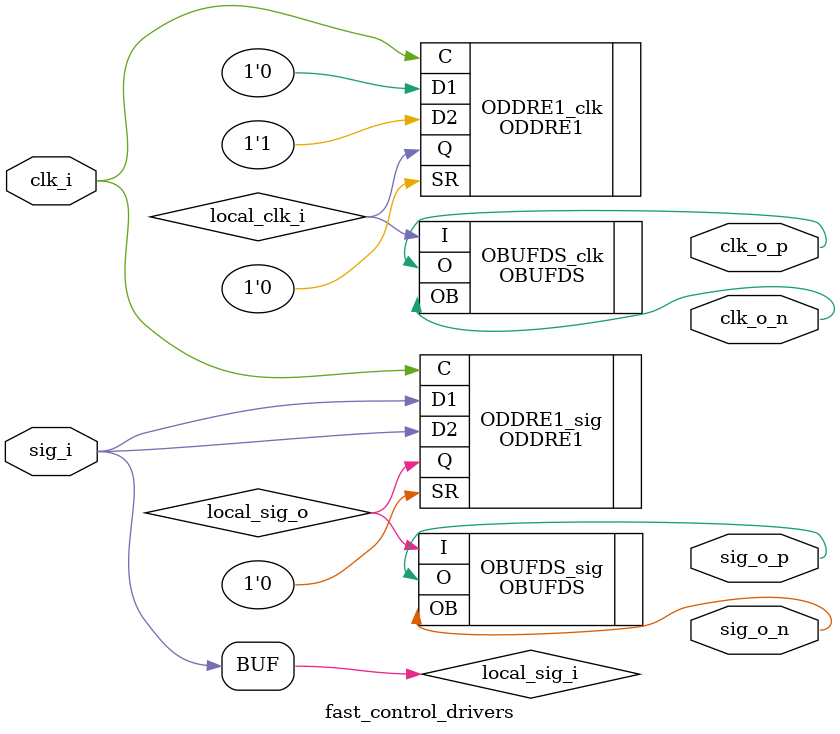
<source format=v>
`timescale 1ns / 1ps


module fast_control_drivers #(
    parameter INVERT_FCMD = 0
   )
   (
    input clk_i,
    input sig_i,
    output clk_o_p,
    output clk_o_n,
    output sig_o_p,
    output sig_o_n
    );

  wire local_clk_i;

// use an output DDR buffer to drive the lcok

   ODDRE1 #(
      .IS_C_INVERTED(1'b0),      // Optional inversion for C
      .IS_D1_INVERTED(1'b0),     // Unsupported, do not use
      .IS_D2_INVERTED(1'b0),     // Unsupported, do not use
      .SIM_DEVICE("ULTRASCALE"), // Set the device version (ULTRASCALE, ULTRASCALE_PLUS, ULTRASCALE_PLUS_ES1,
                                 // ULTRASCALE_PLUS_ES2, VERSAL, VERSAL_ES1, VERSAL_ES2)
      .SRVAL(1'b0)               // Initializes the ODDRE1 Flip-Flops to the specified value (1'b0, 1'b1)
   )
   ODDRE1_clk (
      .Q(local_clk_i),   // 1-bit output: Data output to IOB
      .C(clk_i),   // 1-bit input: High-speed clock input
      .D1(1'h0), // 1-bit input: Parallel data input 1
      .D2(1'h1), // 1-bit input: Parallel data input 2
      .SR(1'h0)  // 1-bit input: Active High Async Reset
   );

   OBUFDS OBUFDS_clk (
      .O(clk_o_p),   // 1-bit output: Diff_p output (connect directly to top-level port)
      .OB(clk_o_n), // 1-bit output: Diff_n output (connect directly to top-level port)
      .I(local_clk_i)    // 1-bit input: Buffer input
   );

   wire local_sig_i, local_sig_o;
   generate 
        if ( INVERT_FCMD == 0)
            assign local_sig_i = sig_i;
        else
            assign local_sig_i = ~sig_i;
   endgenerate
   ODDRE1 #(
      .IS_C_INVERTED(1'b0),      // Optional inversion for C
      .IS_D1_INVERTED(1'b0),     // Unsupported, do not use
      .IS_D2_INVERTED(1'b0),     // Unsupported, do not use
      .SIM_DEVICE("ULTRASCALE"), // Set the device version (ULTRASCALE, ULTRASCALE_PLUS, ULTRASCALE_PLUS_ES1,
                                 // ULTRASCALE_PLUS_ES2, VERSAL, VERSAL_ES1, VERSAL_ES2)
      .SRVAL(1'b0)               // Initializes the ODDRE1 Flip-Flops to the specified value (1'b0, 1'b1)
   )
   ODDRE1_sig (
      .Q(local_sig_o),   // 1-bit output: Data output to IOB
      .C(clk_i),   // 1-bit input: High-speed clock input
      .D1(local_sig_i), // 1-bit input: Parallel data input 1
      .D2(local_sig_i), // 1-bit input: Parallel data input 2
      .SR(1'h0)  // 1-bit input: Active High Async Reset
   );
   
   
   OBUFDS OBUFDS_sig (
      .O(sig_o_p),   // 1-bit output: Diff_p output (connect directly to top-level port)
      .OB(sig_o_n), // 1-bit output: Diff_n output (connect directly to top-level port)
      .I(local_sig_o)    // 1-bit input: Buffer input
   );
    
endmodule

</source>
